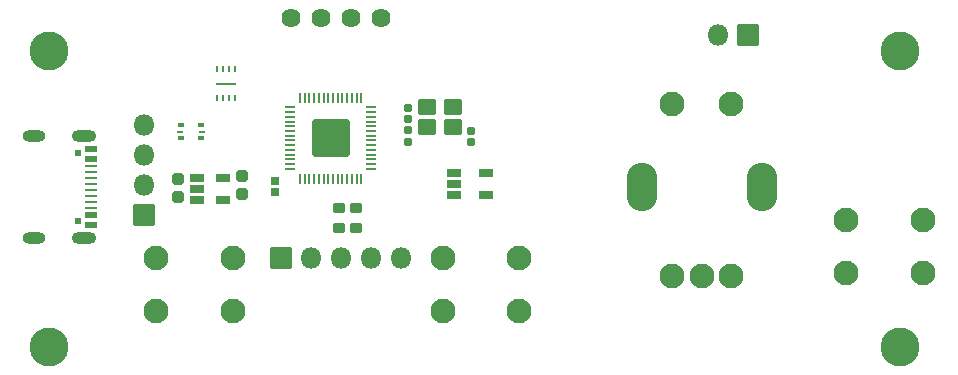
<source format=gbs>
G04 #@! TF.GenerationSoftware,KiCad,Pcbnew,7.0.1-0*
G04 #@! TF.CreationDate,2023-04-02T15:36:46-05:00*
G04 #@! TF.ProjectId,V0_Display,56305f44-6973-4706-9c61-792e6b696361,rev?*
G04 #@! TF.SameCoordinates,Original*
G04 #@! TF.FileFunction,Soldermask,Bot*
G04 #@! TF.FilePolarity,Negative*
%FSLAX46Y46*%
G04 Gerber Fmt 4.6, Leading zero omitted, Abs format (unit mm)*
G04 Created by KiCad (PCBNEW 7.0.1-0) date 2023-04-02 15:36:46*
%MOMM*%
%LPD*%
G01*
G04 APERTURE LIST*
G04 Aperture macros list*
%AMRoundRect*
0 Rectangle with rounded corners*
0 $1 Rounding radius*
0 $2 $3 $4 $5 $6 $7 $8 $9 X,Y pos of 4 corners*
0 Add a 4 corners polygon primitive as box body*
4,1,4,$2,$3,$4,$5,$6,$7,$8,$9,$2,$3,0*
0 Add four circle primitives for the rounded corners*
1,1,$1+$1,$2,$3*
1,1,$1+$1,$4,$5*
1,1,$1+$1,$6,$7*
1,1,$1+$1,$8,$9*
0 Add four rect primitives between the rounded corners*
20,1,$1+$1,$2,$3,$4,$5,0*
20,1,$1+$1,$4,$5,$6,$7,0*
20,1,$1+$1,$6,$7,$8,$9,0*
20,1,$1+$1,$8,$9,$2,$3,0*%
G04 Aperture macros list end*
%ADD10R,0.270000X0.570000*%
%ADD11R,1.670000X0.270000*%
%ADD12RoundRect,0.035000X-0.050000X0.387500X-0.050000X-0.387500X0.050000X-0.387500X0.050000X0.387500X0*%
%ADD13RoundRect,0.035000X-0.387500X0.050000X-0.387500X-0.050000X0.387500X-0.050000X0.387500X0.050000X0*%
%ADD14RoundRect,0.129000X-1.456000X1.456000X-1.456000X-1.456000X1.456000X-1.456000X1.456000X1.456000X0*%
%ADD15C,3.300000*%
%ADD16C,2.100000*%
%ADD17O,2.600000X4.100000*%
%ADD18C,1.624000*%
%ADD19RoundRect,0.050000X-0.850000X0.850000X-0.850000X-0.850000X0.850000X-0.850000X0.850000X0.850000X0*%
%ADD20O,1.800000X1.800000*%
%ADD21RoundRect,0.185000X-0.185000X0.135000X-0.185000X-0.135000X0.185000X-0.135000X0.185000X0.135000X0*%
%ADD22RoundRect,0.250000X-0.275000X0.200000X-0.275000X-0.200000X0.275000X-0.200000X0.275000X0.200000X0*%
%ADD23RoundRect,0.275000X0.250000X-0.225000X0.250000X0.225000X-0.250000X0.225000X-0.250000X-0.225000X0*%
%ADD24RoundRect,0.190000X0.170000X-0.140000X0.170000X0.140000X-0.170000X0.140000X-0.170000X-0.140000X0*%
%ADD25RoundRect,0.050000X-0.530000X-0.325000X0.530000X-0.325000X0.530000X0.325000X-0.530000X0.325000X0*%
%ADD26RoundRect,0.070000X0.525000X-0.300000X0.525000X0.300000X-0.525000X0.300000X-0.525000X-0.300000X0*%
%ADD27R,0.470000X0.345000*%
%ADD28R,0.620000X0.270000*%
%ADD29RoundRect,0.050000X0.850000X-0.850000X0.850000X0.850000X-0.850000X0.850000X-0.850000X-0.850000X0*%
%ADD30RoundRect,0.275000X-0.250000X0.225000X-0.250000X-0.225000X0.250000X-0.225000X0.250000X0.225000X0*%
%ADD31RoundRect,0.050000X-0.850000X-0.850000X0.850000X-0.850000X0.850000X0.850000X-0.850000X0.850000X0*%
%ADD32RoundRect,0.197500X-0.172500X0.147500X-0.172500X-0.147500X0.172500X-0.147500X0.172500X0.147500X0*%
%ADD33RoundRect,0.050000X-0.700000X-0.600000X0.700000X-0.600000X0.700000X0.600000X-0.700000X0.600000X0*%
%ADD34C,0.620000*%
%ADD35R,1.120000X0.570000*%
%ADD36R,1.120000X0.270000*%
%ADD37O,2.070000X1.020000*%
%ADD38O,1.970000X0.970000*%
G04 APERTURE END LIST*
D10*
X103380000Y-57127500D03*
X103880000Y-57127500D03*
X104380000Y-57127500D03*
X104880000Y-57127500D03*
X104880000Y-59627500D03*
X104380000Y-59627500D03*
X103880000Y-59627500D03*
X103380000Y-59627500D03*
D11*
X104130000Y-58377500D03*
D12*
X110400000Y-59562500D03*
X110800000Y-59562500D03*
X111200000Y-59562500D03*
X111600000Y-59562500D03*
X112000000Y-59562500D03*
X112400000Y-59562500D03*
X112800000Y-59562500D03*
X113200000Y-59562500D03*
X113600000Y-59562500D03*
X114000000Y-59562500D03*
X114400000Y-59562500D03*
X114800000Y-59562500D03*
X115200000Y-59562500D03*
X115600000Y-59562500D03*
D13*
X116437500Y-60400000D03*
X116437500Y-60800000D03*
X116437500Y-61200000D03*
X116437500Y-61600000D03*
X116437500Y-62000000D03*
X116437500Y-62400000D03*
X116437500Y-62800000D03*
X116437500Y-63200000D03*
X116437500Y-63600000D03*
X116437500Y-64000000D03*
X116437500Y-64400000D03*
X116437500Y-64800000D03*
X116437500Y-65200000D03*
X116437500Y-65600000D03*
D12*
X115600000Y-66437500D03*
X115200000Y-66437500D03*
X114800000Y-66437500D03*
X114400000Y-66437500D03*
X114000000Y-66437500D03*
X113600000Y-66437500D03*
X113200000Y-66437500D03*
X112800000Y-66437500D03*
X112400000Y-66437500D03*
X112000000Y-66437500D03*
X111600000Y-66437500D03*
X111200000Y-66437500D03*
X110800000Y-66437500D03*
X110400000Y-66437500D03*
D13*
X109562500Y-65600000D03*
X109562500Y-65200000D03*
X109562500Y-64800000D03*
X109562500Y-64400000D03*
X109562500Y-64000000D03*
X109562500Y-63600000D03*
X109562500Y-63200000D03*
X109562500Y-62800000D03*
X109562500Y-62400000D03*
X109562500Y-62000000D03*
X109562500Y-61600000D03*
X109562500Y-61200000D03*
X109562500Y-60800000D03*
X109562500Y-60400000D03*
D14*
X113000000Y-63000000D03*
D15*
X161170000Y-80650000D03*
X161170000Y-55650000D03*
D16*
X156670000Y-69900000D03*
X163170000Y-69900000D03*
X156670000Y-74400000D03*
X163170000Y-74400000D03*
X141920000Y-74650000D03*
X146920000Y-74650000D03*
X144420000Y-74650000D03*
D17*
X139340000Y-67150000D03*
X149500000Y-67150000D03*
D16*
X141920000Y-60150000D03*
X146920000Y-60150000D03*
D15*
X89170000Y-80650000D03*
X89170000Y-55650000D03*
D18*
X109660000Y-52850000D03*
X112200000Y-52850000D03*
X114740000Y-52850000D03*
X117280000Y-52850000D03*
D19*
X108795000Y-73120000D03*
D20*
X111335000Y-73120000D03*
X113875000Y-73120000D03*
X116415000Y-73120000D03*
X118955000Y-73120000D03*
D21*
X119560000Y-62350000D03*
X119560000Y-63370000D03*
D22*
X115150000Y-68925000D03*
X115150000Y-70575000D03*
D16*
X128975000Y-73145000D03*
X122475000Y-73145000D03*
X128975000Y-77645000D03*
X122475000Y-77645000D03*
D23*
X105520000Y-67750000D03*
X105520000Y-66200000D03*
D24*
X119570000Y-61400000D03*
X119570000Y-60440000D03*
X124880000Y-63340000D03*
X124880000Y-62380000D03*
D25*
X101720000Y-68245000D03*
X101720000Y-67295000D03*
X101720000Y-66345000D03*
X103920000Y-66345000D03*
X103920000Y-68245000D03*
D26*
X123460000Y-67850000D03*
X123460000Y-66900000D03*
X123460000Y-65950000D03*
X126160000Y-65950000D03*
X126160000Y-67850000D03*
D27*
X100345000Y-62987500D03*
D28*
X100270000Y-62450000D03*
D27*
X100345000Y-61912500D03*
X102045000Y-61912500D03*
D28*
X102120000Y-62450000D03*
D27*
X102045000Y-62987500D03*
D29*
X148300000Y-54260000D03*
D20*
X145760000Y-54260000D03*
D30*
X100070000Y-66430000D03*
X100070000Y-67980000D03*
D31*
X97220000Y-69550000D03*
D20*
X97220000Y-67010000D03*
X97220000Y-64470000D03*
X97220000Y-61930000D03*
D16*
X104720000Y-73145000D03*
X98220000Y-73145000D03*
X104720000Y-77645000D03*
X98220000Y-77645000D03*
D32*
X108310000Y-66625000D03*
X108310000Y-67595000D03*
D33*
X121130000Y-60350000D03*
X123330000Y-60350000D03*
X123330000Y-62050000D03*
X121130000Y-62050000D03*
D34*
X91600000Y-70020000D03*
X91600000Y-64240000D03*
D35*
X92675000Y-70330000D03*
X92675000Y-69530000D03*
D36*
X92675000Y-68380000D03*
X92675000Y-67380000D03*
X92675000Y-66880000D03*
X92675000Y-65880000D03*
D35*
X92675000Y-63930000D03*
X92675000Y-64730000D03*
D36*
X92675000Y-65380000D03*
X92675000Y-66380000D03*
X92675000Y-67880000D03*
X92675000Y-68880000D03*
D37*
X92100000Y-71450000D03*
D38*
X87920000Y-71450000D03*
X87920000Y-62810000D03*
D37*
X92100000Y-62810000D03*
D22*
X113690000Y-68925000D03*
X113690000Y-70575000D03*
M02*

</source>
